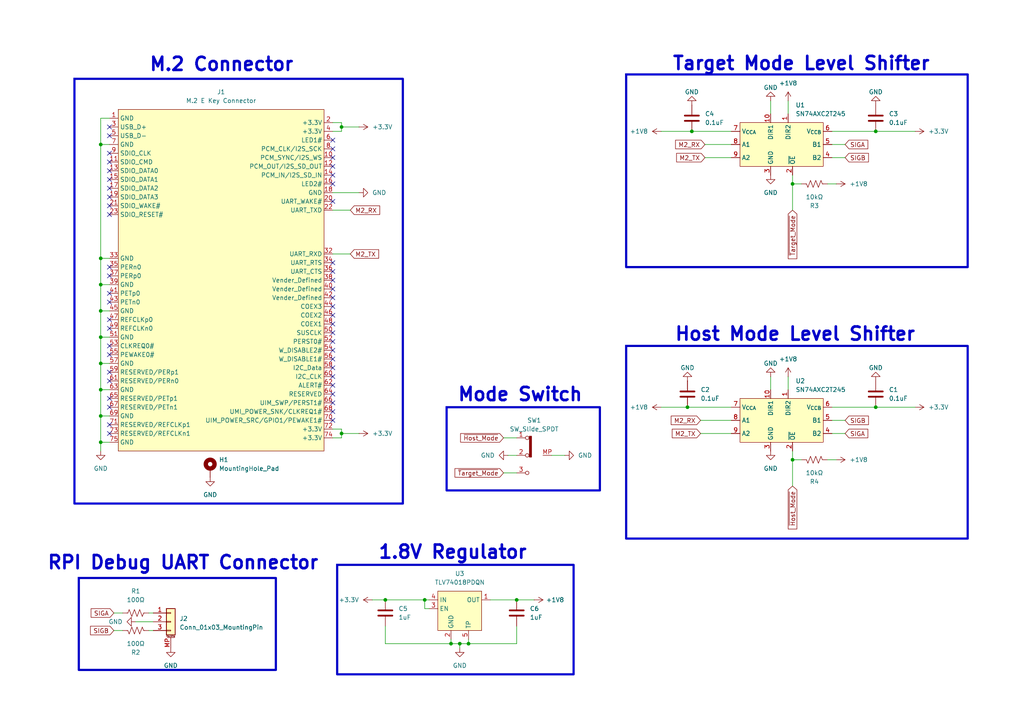
<source format=kicad_sch>
(kicad_sch (version 20250114) (generator "eeschema") (generator_version "9.0")
  (paper "A4")
  (lib_symbols
    (symbol "Connector_Generic_MountingPin:Conn_01x03_MountingPin" (pin_names (offset 1.016) (hide yes))
      (property "Reference" "J" (at 0 5.08 0))
      (property "Value" "Conn_01x03_MountingPin" (at 1.27 -5.08 0))
      (symbol "Conn_01x03_MountingPin_1_1"
        (rectangle (start -1.27 3.81) (end 1.27 -3.81) (stroke (width 0.254)) (fill (type background)))
        (rectangle (start -1.27 2.667) (end 0 2.413) (stroke (width 0.1524)))
        (rectangle (start -1.27 0.127) (end 0 -0.127) (stroke (width 0.1524)))
        (rectangle (start -1.27 -2.413) (end 0 -2.667) (stroke (width 0.1524)))
        (polyline (pts (xy -1.016 -4.572) (xy 1.016 -4.572)) (stroke (width 0.1524)))
        (text "Mounting" (at 0 -4.191 0) (effects (font (size 0.381 0.381))))
        (pin passive line (at -5.08 2.54 0) (length 3.81) (name "Pin_1") (number "1"))
        (pin passive line (at -5.08 0 0) (length 3.81) (name "Pin_2") (number "2"))
        (pin passive line (at -5.08 -2.54 0) (length 3.81) (name "Pin_3") (number "3"))
        (pin passive line (at 0 -7.62 90) (length 3.048) (name "MountPin") (number "MP"))
      )
    )
    (symbol "Device:C" (pin_numbers (hide yes)) (pin_names (offset 0.254))
      (property "Reference" "C" (at 0.635 2.54 0))
      (property "Value" "C" (at 0.635 -2.54 0))
      (symbol "C_0_1"
        (polyline (pts (xy -2.032 0.762) (xy 2.032 0.762)) (stroke (width 0.508)))
        (polyline (pts (xy -2.032 -0.762) (xy 2.032 -0.762)) (stroke (width 0.508)))
      )
      (symbol "C_1_1"
        (pin passive line (at 0 3.81 270) (length 2.794) (name "~") (number "1"))
        (pin passive line (at 0 -3.81 90) (length 2.794) (name "~") (number "2"))
      )
    )
    (symbol "Device:R_US" (pin_numbers (hide yes)) (pin_names (offset 0))
      (property "Reference" "R" (at 2.54 0 90))
      (property "Value" "R_US" (at -2.54 0 90))
      (symbol "R_US_0_1"
        (polyline (pts (xy 0 2.286) (xy 0 2.54)))
        (polyline (pts (xy 0 2.286) (xy 1.016 1.905) (xy 0 1.524) (xy -1.016 1.143) (xy 0 0.762)))
        (polyline (pts (xy 0 0.762) (xy 1.016 0.381) (xy 0 0) (xy -1.016 -0.381) (xy 0 -0.762)))
        (polyline (pts (xy 0 -0.762) (xy 1.016 -1.143) (xy 0 -1.524) (xy -1.016 -1.905) (xy 0 -2.286)))
        (polyline (pts (xy 0 -2.286) (xy 0 -2.54)))
      )
      (symbol "R_US_1_1"
        (pin passive line (at 0 3.81 270) (length 1.27) (name "~") (number "1"))
        (pin passive line (at 0 -3.81 90) (length 1.27) (name "~") (number "2"))
      )
    )
    (symbol "M.2-to-Serial-Symbol-Library:SN74AXC2T245"
      (property "Reference" "U" (at 0 9.906 0))
      (property "Value" "SN74AXC2T245" (at 0 7.874 0))
      (symbol "SN74AXC2T245_0_1"
        (rectangle (start -11.43 -1.27) (end 12.7 -13.97) (fill (type background)))
      )
      (symbol "SN74AXC2T245_1_1"
        (pin passive line (at -13.97 -3.81 0) (length 2.54) (name "V_{CCA}") (number "7"))
        (pin bidirectional line (at -13.97 -7.62 0) (length 2.54) (name "A1") (number "8"))
        (pin bidirectional line (at -13.97 -11.43 0) (length 2.54) (name "A2") (number "9"))
        (pin input line (at -2.54 1.27 270) (length 2.54) (name "DIR1") (number "10"))
        (pin passive line (at -2.54 -16.51 90) (length 2.54) (name "GND") (number "3"))
        (pin input line (at 2.54 1.27 270) (length 2.54) (name "DIR2") (number "1"))
        (pin input line (at 3.81 -16.51 90) (length 2.54) (name "~{OE}") (number "2"))
        (pin passive line (at 15.24 -3.81 180) (length 2.54) (name "V_{CCB}") (number "6"))
        (pin bidirectional line (at 15.24 -7.62 180) (length 2.54) (name "B1") (number "5"))
        (pin bidirectional line (at 15.24 -11.43 180) (length 2.54) (name "B2") (number "4"))
      )
    )
    (symbol "M.2-to-Serial-Symbol-Library:SW_Slide_SPDT" (pin_names (offset 0) (hide yes))
      (property "Reference" "SW" (at 0 6.858 0))
      (property "Value" "SW_Slide_SPDT" (at 0 -8.128 0))
      (symbol "SW_Slide_SPDT_0_0"
        (circle (center -2.032 5.08) (radius 0.508))
        (circle (center -2.032 -5.08) (radius 0.508))
      )
      (symbol "SW_Slide_SPDT_0_1"
        (circle (center -2.032 0) (radius 0.508))
      )
      (symbol "SW_Slide_SPDT_1_1"
        (rectangle (start -1.397 5.588) (end -0.762 -0.508) (fill (type outline)))
        (pin passive line (at -5.08 5.08 0) (length 2.54) (name "A") (number "1"))
        (pin passive line (at -5.08 0 0) (length 2.54) (name "B") (number "2"))
        (pin passive line (at -5.08 -5.08 0) (length 2.54) (name "C") (number "3"))
        (pin passive line (at 5.08 0 180) (length 2.54) (name "MP") (number "MP"))
      )
    )
    (symbol "M.2-to-Serial-Symbol-Library:TLV74018PDQN"
      (property "Reference" "U" (at 0 6.096 0))
      (property "Value" "TLV74018PDQN" (at 0 4.318 0))
      (symbol "TLV74018PDQN_0_1"
        (rectangle (start -6.35 2.54) (end 6.35 -8.89) (fill (type background)))
      )
      (symbol "TLV74018PDQN_1_1"
        (pin passive line (at -8.89 0 0) (length 2.54) (name "IN") (number "4"))
        (pin passive line (at -8.89 -2.54 0) (length 2.54) (name "EN") (number "3"))
        (pin passive line (at -2.54 -11.43 90) (length 2.54) (name "GND") (number "2"))
        (pin passive line (at 2.54 -11.43 90) (length 2.54) (name "TP") (number "5"))
        (pin passive line (at 8.89 0 180) (length 2.54) (name "OUT") (number "1"))
      )
    )
    (symbol "Mechanical:MountingHole_Pad" (pin_numbers (hide yes)) (pin_names (offset 1.016) (hide yes)) (in_bom no)
      (property "Reference" "H" (at 0 6.35 0))
      (property "Value" "MountingHole_Pad" (at 0 4.445 0))
      (symbol "MountingHole_Pad_0_1"
        (circle (center 0 1.27) (radius 1.27) (stroke (width 1.27)))
      )
      (symbol "MountingHole_Pad_1_1"
        (pin input line (at 0 -2.54 90) (length 2.54) (name "1") (number "1"))
      )
    )
    (symbol "PCIexpress:M.2_E_Key"
      (property "Reference" "J" (at 0 0 0))
      (property "Value" "M.2 E Key Connector" (at 0 0 0))
      (symbol "M.2_E_Key_0_1"
        (rectangle (start -27.94 -5.08) (end 31.75 -104.14) (fill (type background)))
      )
      (symbol "M.2_E_Key_1_1"
        (pin power_in line (at -30.48 -7.62 0) (length 2.54) (name "GND") (number "1"))
        (pin bidirectional line (at -30.48 -10.16 0) (length 2.54) (name "USB_D+") (number "3"))
        (pin bidirectional line (at -30.48 -12.7 0) (length 2.54) (name "USB_D-") (number "5"))
        (pin power_in line (at -30.48 -15.24 0) (length 2.54) (name "GND") (number "7"))
        (pin input line (at -30.48 -17.78 0) (length 2.54) (name "SDIO_CLK") (number "9"))
        (pin bidirectional line (at -30.48 -20.32 0) (length 2.54) (name "SDIO_CMD") (number "11"))
        (pin bidirectional line (at -30.48 -22.86 0) (length 2.54) (name "SDIO_DATA0") (number "13"))
        (pin bidirectional line (at -30.48 -25.4 0) (length 2.54) (name "SDIO_DATA1") (number "15"))
        (pin bidirectional line (at -30.48 -27.94 0) (length 2.54) (name "SDIO_DATA2") (number "17"))
        (pin bidirectional line (at -30.48 -30.48 0) (length 2.54) (name "SDIO_DATA3") (number "19"))
        (pin output line (at -30.48 -33.02 0) (length 2.54) (name "SDIO_WAKE#") (number "21"))
        (pin input line (at -30.48 -35.56 0) (length 2.54) (name "SDIO_RESET#") (number "23"))
        (pin power_in line (at -30.48 -48.26 0) (length 2.54) (name "GND") (number "33"))
        (pin input line (at -30.48 -50.8 0) (length 2.54) (name "PERn0") (number "35"))
        (pin input line (at -30.48 -53.34 0) (length 2.54) (name "PERp0") (number "37"))
        (pin power_in line (at -30.48 -55.88 0) (length 2.54) (name "GND") (number "39"))
        (pin output line (at -30.48 -58.42 0) (length 2.54) (name "PETp0") (number "41"))
        (pin output line (at -30.48 -60.96 0) (length 2.54) (name "PETn0") (number "43"))
        (pin power_in line (at -30.48 -63.5 0) (length 2.54) (name "GND") (number "45"))
        (pin input line (at -30.48 -66.04 0) (length 2.54) (name "REFCLKp0") (number "47"))
        (pin input line (at -30.48 -68.58 0) (length 2.54) (name "REFCLKn0") (number "49"))
        (pin power_in line (at -30.48 -71.12 0) (length 2.54) (name "GND") (number "51"))
        (pin bidirectional line (at -30.48 -73.66 0) (length 2.54) (name "CLKREQ0#") (number "53"))
        (pin bidirectional line (at -30.48 -76.2 0) (length 2.54) (name "PEWAKE0#") (number "55"))
        (pin power_in line (at -30.48 -78.74 0) (length 2.54) (name "GND") (number "57"))
        (pin input line (at -30.48 -81.28 0) (length 2.54) (name "RESERVED/PERp1") (number "59"))
        (pin input line (at -30.48 -83.82 0) (length 2.54) (name "RESERVED/PERn0") (number "61"))
        (pin power_in line (at -30.48 -86.36 0) (length 2.54) (name "GND") (number "63"))
        (pin output line (at -30.48 -88.9 0) (length 2.54) (name "RESERVED/PETp1") (number "65"))
        (pin output line (at -30.48 -91.44 0) (length 2.54) (name "RESERVED/PETn1") (number "67"))
        (pin passive line (at -30.48 -93.98 0) (length 2.54) (name "GND") (number "69"))
        (pin input line (at -30.48 -96.52 0) (length 2.54) (name "RESERVED/REFCLKp1") (number "71"))
        (pin input line (at -30.48 -99.06 0) (length 2.54) (name "RESERVED/REFCLKn1") (number "73"))
        (pin power_in line (at -30.48 -101.6 0) (length 2.54) (name "GND") (number "75"))
        (pin power_in line (at 34.29 -8.89 180) (length 2.54) (name "+3.3V") (number "2"))
        (pin power_in line (at 34.29 -11.43 180) (length 2.54) (name "+3.3V") (number "4"))
        (pin output line (at 34.29 -13.97 180) (length 2.54) (name "LED1#") (number "6"))
        (pin bidirectional line (at 34.29 -16.51 180) (length 2.54) (name "PCM_CLK/I2S_SCK") (number "8"))
        (pin bidirectional line (at 34.29 -19.05 180) (length 2.54) (name "PCM_SYNC/I2S_WS") (number "10"))
        (pin output line (at 34.29 -21.59 180) (length 2.54) (name "PCM_OUT/I2S_SD_OUT") (number "12"))
        (pin input line (at 34.29 -24.13 180) (length 2.54) (name "PCM_IN/I2S_SD_IN") (number "14"))
        (pin output line (at 34.29 -26.67 180) (length 2.54) (name "LED2#") (number "16"))
        (pin power_in line (at 34.29 -29.21 180) (length 2.54) (name "GND") (number "18"))
        (pin output line (at 34.29 -31.75 180) (length 2.54) (name "UART_WAKE#") (number "20"))
        (pin output line (at 34.29 -34.29 180) (length 2.54) (name "UART_TXD") (number "22"))
        (pin input line (at 34.29 -46.99 180) (length 2.54) (name "UART_RXD") (number "32"))
        (pin output line (at 34.29 -49.53 180) (length 2.54) (name "UART_RTS") (number "34"))
        (pin input line (at 34.29 -52.07 180) (length 2.54) (name "UART_CTS") (number "36"))
        (pin unspecified line (at 34.29 -54.61 180) (length 2.54) (name "Vender_Defined") (number "38"))
        (pin unspecified line (at 34.29 -57.15 180) (length 2.54) (name "Vender_Defined") (number "40"))
        (pin unspecified line (at 34.29 -59.69 180) (length 2.54) (name "Vender_Defined") (number "42"))
        (pin bidirectional line (at 34.29 -62.23 180) (length 2.54) (name "COEX3") (number "44"))
        (pin bidirectional line (at 34.29 -64.77 180) (length 2.54) (name "COEX2") (number "46"))
        (pin bidirectional line (at 34.29 -67.31 180) (length 2.54) (name "COEX1") (number "48"))
        (pin input line (at 34.29 -69.85 180) (length 2.54) (name "SUSCLK") (number "50"))
        (pin input line (at 34.29 -72.39 180) (length 2.54) (name "PERST0#") (number "52"))
        (pin input line (at 34.29 -74.93 180) (length 2.54) (name "W_DISABLE2#") (number "54"))
        (pin input line (at 34.29 -77.47 180) (length 2.54) (name "W_DISABLE1#") (number "56"))
        (pin bidirectional line (at 34.29 -80.01 180) (length 2.54) (name "I2C_Data") (number "58"))
        (pin input line (at 34.29 -82.55 180) (length 2.54) (name "I2C_CLK") (number "60"))
        (pin output line (at 34.29 -85.09 180) (length 2.54) (name "ALERT#") (number "62"))
        (pin unspecified line (at 34.29 -87.63 180) (length 2.54) (name "RESERVED") (number "64"))
        (pin unspecified line (at 34.29 -90.17 180) (length 2.54) (name "UIM_SWP/PERST1#") (number "66"))
        (pin unspecified line (at 34.29 -92.71 180) (length 2.54) (name "UMI_POWER_SNK/CLKREQ1#") (number "68"))
        (pin unspecified line (at 34.29 -95.25 180) (length 2.54) (name "UIM_POWER_SRC/GPIO1/PEWAKE1#") (number "70"))
        (pin power_in line (at 34.29 -97.79 180) (length 2.54) (name "+3.3V") (number "72"))
        (pin power_in line (at 34.29 -100.33 180) (length 2.54) (name "+3.3V") (number "74"))
      )
    )
    (symbol "power:+1V8" (power) (pin_numbers (hide yes)) (pin_names (offset 0) (hide yes))
      (property "Value" "+1V8" (at 0 3.556 0))
      (symbol "+1V8_0_1"
        (polyline (pts (xy -0.762 1.27) (xy 0 2.54)))
        (polyline (pts (xy 0 2.54) (xy 0.762 1.27)))
        (polyline (pts (xy 0 0) (xy 0 2.54)))
      )
      (symbol "+1V8_1_1"
        (pin power_in line (at 0 0 90) (length 0) (name "~") (number "1"))
      )
    )
    (symbol "power:+3.3V" (power) (pin_numbers (hide yes)) (pin_names (offset 0) (hide yes))
      (property "Value" "+3.3V" (at 0 3.556 0))
      (symbol "+3.3V_0_1"
        (polyline (pts (xy -0.762 1.27) (xy 0 2.54)))
        (polyline (pts (xy 0 2.54) (xy 0.762 1.27)))
        (polyline (pts (xy 0 0) (xy 0 2.54)))
      )
      (symbol "+3.3V_1_1"
        (pin power_in line (at 0 0 90) (length 0) (name "~") (number "1"))
      )
    )
    (symbol "power:GND" (power) (pin_numbers (hide yes)) (pin_names (offset 0) (hide yes))
      (property "Value" "GND" (at 0 -3.81 0))
      (symbol "GND_0_1"
        (polyline (pts (xy 0 0) (xy 0 -1.27) (xy 1.27 -1.27) (xy 0 -2.54) (xy -1.27 -1.27) (xy 0 -1.27)))
      )
      (symbol "GND_1_1"
        (pin power_in line (at 0 0 270) (length 0) (name "~") (number "1"))
      )
    )
  )
  (rectangle (start 129.54 118.11) (end 173.99 142.24) (stroke (width 0.635)))
  (rectangle (start 181.61 21.59) (end 280.67 77.47) (stroke (width 0.635)))
  (rectangle (start 21.59 22.86) (end 116.84 146.05) (stroke (width 0.635)))
  (rectangle (start 181.61 100.33) (end 280.67 156.21) (stroke (width 0.635)))
  (rectangle (start 97.79 163.83) (end 166.37 195.58) (stroke (width 0.635)))
  (rectangle (start 22.86 167.64) (end 80.01 194.31) (stroke (width 0.635)))
  (text "Target Mode Level Shifter" (at 232.41 18.542 0) (effects (font (size 3.81 3.81) (thickness 0.762) (bold yes))))
  (text "M.2 Connector" (at 64.262 18.796 0) (effects (font (size 3.81 3.81) (thickness 0.762) (bold yes))))
  (text "1.8V Regulator" (at 131.318 160.274 0) (effects (font (size 3.81 3.81) (thickness 0.762) (bold yes))))
  (text "Mode Switch" (at 150.876 114.554 0) (effects (font (size 3.81 3.81) (thickness 0.762) (bold yes))))
  (text "Host Mode Level Shifter" (at 230.632 97.028 0) (effects (font (size 3.81 3.81) (thickness 0.762) (bold yes))))
  (text "RPI Debug UART Connector" (at 53.086 163.322 0) (effects (font (size 3.81 3.81) (thickness 0.762) (bold yes))))
  (junction (at 123.19 173.99))
  (junction (at 133.35 186.69))
  (junction (at 99.06 125.73))
  (junction (at 199.39 118.11))
  (junction (at 229.87 53.34))
  (junction (at 29.21 90.17))
  (junction (at 29.21 113.03))
  (junction (at 200.66 38.1))
  (junction (at 254 38.1))
  (junction (at 229.87 133.35))
  (junction (at 149.86 173.99))
  (junction (at 29.21 82.55))
  (junction (at 29.21 97.79))
  (junction (at 111.76 173.99))
  (junction (at 29.21 128.27))
  (junction (at 99.06 36.83))
  (junction (at 135.89 186.69))
  (junction (at 29.21 105.41))
  (junction (at 29.21 74.93))
  (junction (at 29.21 120.65))
  (junction (at 130.81 186.69))
  (junction (at 29.21 41.91))
  (junction (at 254 118.11))
  (no_connect (at 31.75 44.45))
  (no_connect (at 96.52 78.74))
  (no_connect (at 31.75 107.95))
  (no_connect (at 96.52 101.6))
  (no_connect (at 31.75 87.63))
  (no_connect (at 96.52 114.3))
  (no_connect (at 31.75 62.23))
  (no_connect (at 31.75 102.87))
  (no_connect (at 96.52 104.14))
  (no_connect (at 96.52 99.06))
  (no_connect (at 31.75 100.33))
  (no_connect (at 31.75 77.47))
  (no_connect (at 96.52 58.42))
  (no_connect (at 31.75 125.73))
  (no_connect (at 96.52 109.22))
  (no_connect (at 31.75 54.61))
  (no_connect (at 96.52 76.2))
  (no_connect (at 96.52 119.38))
  (no_connect (at 31.75 123.19))
  (no_connect (at 96.52 48.26))
  (no_connect (at 31.75 39.37))
  (no_connect (at 96.52 93.98))
  (no_connect (at 31.75 36.83))
  (no_connect (at 96.52 88.9))
  (no_connect (at 96.52 50.8))
  (no_connect (at 31.75 59.69))
  (no_connect (at 96.52 43.18))
  (no_connect (at 31.75 110.49))
  (no_connect (at 96.52 81.28))
  (no_connect (at 96.52 91.44))
  (no_connect (at 96.52 121.92))
  (no_connect (at 96.52 45.72))
  (no_connect (at 96.52 111.76))
  (no_connect (at 31.75 92.71))
  (no_connect (at 31.75 57.15))
  (no_connect (at 31.75 46.99))
  (no_connect (at 31.75 85.09))
  (no_connect (at 96.52 53.34))
  (no_connect (at 96.52 86.36))
  (no_connect (at 31.75 52.07))
  (no_connect (at 96.52 83.82))
  (no_connect (at 31.75 80.01))
  (no_connect (at 31.75 49.53))
  (no_connect (at 96.52 116.84))
  (no_connect (at 31.75 115.57))
  (no_connect (at 31.75 118.11))
  (no_connect (at 31.75 95.25))
  (no_connect (at 96.52 40.64))
  (no_connect (at 96.52 106.68))
  (no_connect (at 96.52 96.52))
  (wire (pts (xy 240.03 53.34) (xy 242.57 53.34)))
  (wire (pts (xy 99.06 127) (xy 96.52 127)))
  (wire (pts (xy 31.75 97.79) (xy 29.21 97.79)))
  (wire (pts (xy 99.06 36.83) (xy 99.06 38.1)))
  (wire (pts (xy 99.06 124.46) (xy 99.06 125.73)))
  (wire (pts (xy 43.18 177.8) (xy 44.45 177.8)))
  (wire (pts (xy 241.3 38.1) (xy 254 38.1)))
  (wire (pts (xy 146.05 137.16) (xy 149.86 137.16)))
  (wire (pts (xy 31.75 90.17) (xy 29.21 90.17)))
  (wire (pts (xy 229.87 133.35) (xy 229.87 140.97)))
  (wire (pts (xy 229.87 133.35) (xy 232.41 133.35)))
  (wire (pts (xy 33.02 177.8) (xy 35.56 177.8)))
  (wire (pts (xy 191.77 38.1) (xy 200.66 38.1)))
  (wire (pts (xy 104.14 36.83) (xy 99.06 36.83)))
  (wire (pts (xy 254 38.1) (xy 265.43 38.1)))
  (wire (pts (xy 228.6 29.21) (xy 228.6 33.02)))
  (wire (pts (xy 133.35 186.69) (xy 135.89 186.69)))
  (wire (pts (xy 99.06 125.73) (xy 99.06 127)))
  (wire (pts (xy 124.46 176.53) (xy 123.19 176.53)))
  (wire (pts (xy 107.95 173.99) (xy 111.76 173.99)))
  (wire (pts (xy 229.87 50.8) (xy 229.87 53.34)))
  (wire (pts (xy 29.21 41.91) (xy 29.21 74.93)))
  (wire (pts (xy 241.3 125.73) (xy 245.11 125.73)))
  (wire (pts (xy 135.89 186.69) (xy 135.89 185.42)))
  (wire (pts (xy 31.75 34.29) (xy 29.21 34.29)))
  (wire (pts (xy 149.86 181.61) (xy 149.86 186.69)))
  (wire (pts (xy 241.3 41.91) (xy 245.11 41.91)))
  (wire (pts (xy 241.3 45.72) (xy 245.11 45.72)))
  (wire (pts (xy 96.52 55.88) (xy 104.14 55.88)))
  (wire (pts (xy 31.75 128.27) (xy 29.21 128.27)))
  (wire (pts (xy 146.05 127) (xy 149.86 127)))
  (wire (pts (xy 96.52 124.46) (xy 99.06 124.46)))
  (wire (pts (xy 104.14 125.73) (xy 99.06 125.73)))
  (wire (pts (xy 254 118.11) (xy 265.43 118.11)))
  (wire (pts (xy 29.21 34.29) (xy 29.21 41.91)))
  (wire (pts (xy 130.81 185.42) (xy 130.81 186.69)))
  (wire (pts (xy 96.52 35.56) (xy 99.06 35.56)))
  (wire (pts (xy 149.86 173.99) (xy 154.94 173.99)))
  (wire (pts (xy 240.03 133.35) (xy 242.57 133.35)))
  (wire (pts (xy 29.21 97.79) (xy 29.21 105.41)))
  (wire (pts (xy 241.3 118.11) (xy 254 118.11)))
  (wire (pts (xy 228.6 109.22) (xy 228.6 113.03)))
  (wire (pts (xy 96.52 73.66) (xy 101.6 73.66)))
  (wire (pts (xy 204.47 45.72) (xy 212.09 45.72)))
  (wire (pts (xy 111.76 186.69) (xy 130.81 186.69)))
  (wire (pts (xy 39.37 180.34) (xy 44.45 180.34)))
  (wire (pts (xy 229.87 53.34) (xy 229.87 60.96)))
  (wire (pts (xy 203.2 125.73) (xy 212.09 125.73)))
  (wire (pts (xy 223.52 109.22) (xy 223.52 113.03)))
  (wire (pts (xy 29.21 74.93) (xy 29.21 82.55)))
  (wire (pts (xy 133.35 187.96) (xy 133.35 186.69)))
  (wire (pts (xy 130.81 186.69) (xy 133.35 186.69)))
  (wire (pts (xy 29.21 113.03) (xy 29.21 120.65)))
  (wire (pts (xy 142.24 173.99) (xy 149.86 173.99)))
  (wire (pts (xy 33.02 182.88) (xy 35.56 182.88)))
  (wire (pts (xy 123.19 173.99) (xy 124.46 173.99)))
  (wire (pts (xy 123.19 173.99) (xy 123.19 176.53)))
  (wire (pts (xy 29.21 90.17) (xy 29.21 97.79)))
  (wire (pts (xy 31.75 113.03) (xy 29.21 113.03)))
  (wire (pts (xy 191.77 118.11) (xy 199.39 118.11)))
  (wire (pts (xy 229.87 53.34) (xy 232.41 53.34)))
  (wire (pts (xy 223.52 29.21) (xy 223.52 33.02)))
  (wire (pts (xy 199.39 118.11) (xy 212.09 118.11)))
  (wire (pts (xy 31.75 41.91) (xy 29.21 41.91)))
  (wire (pts (xy 147.32 132.08) (xy 149.86 132.08)))
  (wire (pts (xy 160.02 132.08) (xy 163.83 132.08)))
  (wire (pts (xy 43.18 182.88) (xy 44.45 182.88)))
  (wire (pts (xy 29.21 105.41) (xy 29.21 113.03)))
  (wire (pts (xy 135.89 186.69) (xy 149.86 186.69)))
  (wire (pts (xy 31.75 120.65) (xy 29.21 120.65)))
  (wire (pts (xy 111.76 173.99) (xy 123.19 173.99)))
  (wire (pts (xy 241.3 121.92) (xy 245.11 121.92)))
  (wire (pts (xy 96.52 60.96) (xy 101.6 60.96)))
  (wire (pts (xy 200.66 38.1) (xy 212.09 38.1)))
  (wire (pts (xy 31.75 74.93) (xy 29.21 74.93)))
  (wire (pts (xy 111.76 181.61) (xy 111.76 186.69)))
  (wire (pts (xy 31.75 105.41) (xy 29.21 105.41)))
  (wire (pts (xy 96.52 38.1) (xy 99.06 38.1)))
  (wire (pts (xy 204.47 41.91) (xy 212.09 41.91)))
  (wire (pts (xy 203.2 121.92) (xy 212.09 121.92)))
  (wire (pts (xy 29.21 82.55) (xy 29.21 90.17)))
  (wire (pts (xy 29.21 128.27) (xy 29.21 130.81)))
  (wire (pts (xy 99.06 35.56) (xy 99.06 36.83)))
  (wire (pts (xy 229.87 130.81) (xy 229.87 133.35)))
  (wire (pts (xy 31.75 82.55) (xy 29.21 82.55)))
  (wire (pts (xy 29.21 120.65) (xy 29.21 128.27)))
  (global_label "M2_RX" (shape input) (at 204.47 41.91 180) (property "Intersheetrefs" "${INTERSHEET_REFS}" (effects (hide yes))))
  (global_label "SIGA" (shape input) (at 245.11 125.73 0) (property "Intersheetrefs" "${INTERSHEET_REFS}" (effects (hide yes))))
  (global_label "SIGB" (shape input) (at 33.02 182.88 180) (property "Intersheetrefs" "${INTERSHEET_REFS}" (effects (hide yes))))
  (global_label "M2_TX" (shape input) (at 101.6 73.66 0) (property "Intersheetrefs" "${INTERSHEET_REFS}" (effects (hide yes))))
  (global_label "~{Target_Mode}" (shape input) (at 146.05 137.16 180) (property "Intersheetrefs" "${INTERSHEET_REFS}" (effects (hide yes))))
  (global_label "~{Host_Mode}" (shape input) (at 229.87 140.97 270) (property "Intersheetrefs" "${INTERSHEET_REFS}" (effects (hide yes))))
  (global_label "~{Host_Mode}" (shape input) (at 146.05 127 180) (property "Intersheetrefs" "${INTERSHEET_REFS}" (effects (hide yes))))
  (global_label "SIGB" (shape input) (at 245.11 121.92 0) (property "Intersheetrefs" "${INTERSHEET_REFS}" (effects (hide yes))))
  (global_label "SIGA" (shape input) (at 245.11 41.91 0) (property "Intersheetrefs" "${INTERSHEET_REFS}" (effects (hide yes))))
  (global_label "M2_TX" (shape input) (at 204.47 45.72 180) (property "Intersheetrefs" "${INTERSHEET_REFS}" (effects (hide yes))))
  (global_label "SIGB" (shape input) (at 245.11 45.72 0) (property "Intersheetrefs" "${INTERSHEET_REFS}" (effects (hide yes))))
  (global_label "M2_RX" (shape input) (at 203.2 121.92 180) (property "Intersheetrefs" "${INTERSHEET_REFS}" (effects (hide yes))))
  (global_label "SIGA" (shape input) (at 33.02 177.8 180) (property "Intersheetrefs" "${INTERSHEET_REFS}" (effects (hide yes))))
  (global_label "M2_RX" (shape input) (at 101.6 60.96 0) (property "Intersheetrefs" "${INTERSHEET_REFS}" (effects (hide yes))))
  (global_label "M2_TX" (shape input) (at 203.2 125.73 180) (property "Intersheetrefs" "${INTERSHEET_REFS}" (effects (hide yes))))
  (global_label "~{Target_Mode}" (shape input) (at 229.87 60.96 270) (property "Intersheetrefs" "${INTERSHEET_REFS}" (effects (hide yes))))
  (symbol (lib_id "Device:C") (at 199.39 114.3 0) (unit 1)
    (property "Reference" "C2" (at 203.2 113.0299 0) (effects (justify left)))
    (property "Value" "0.1uF" (at 203.2 115.5699 0) (effects (justify left)))
    (property "Footprint" "Capacitor_SMD:C_0402_1005Metric" (effects (hide yes)))
    (property "Description" "Unpolarized capacitor" (effects (hide yes)))
  )
  (symbol (lib_id "power:GND") (at 39.37 180.34 270) (unit 1)
    (property "Reference" "#PWR05" (effects (hide yes)))
    (property "Value" "GND" (at 35.56 180.3399 90) (effects (justify right)))
    (property "Description" "Power symbol creates a global label with name \"GND\" , ground" (effects (hide yes)))
  )
  (symbol (lib_id "power:GND") (at 199.39 110.49 180) (unit 1)
    (property "Reference" "#PWR016" (effects (hide yes)))
    (property "Value" "GND" (at 199.39 106.68 0))
    (property "Description" "Power symbol creates a global label with name \"GND\" , ground" (effects (hide yes)))
  )
  (symbol (lib_id "power:GND") (at 200.66 30.48 180) (unit 1)
    (property "Reference" "#PWR013" (effects (hide yes)))
    (property "Value" "GND" (at 200.66 26.67 0))
    (property "Description" "Power symbol creates a global label with name \"GND\" , ground" (effects (hide yes)))
  )
  (symbol (lib_id "power:+1V8") (at 228.6 109.22 0) (mirror y) (unit 1)
    (property "Reference" "#PWR022" (effects (hide yes)))
    (property "Value" "+1V8" (at 228.6 104.14 0))
    (property "Description" "Power symbol creates a global label with name \"+1V8\"" (effects (hide yes)))
  )
  (symbol (lib_id "M.2-to-Serial-Symbol-Library:TLV74018PDQN") (at 133.35 173.99 0) (unit 1)
    (property "Reference" "U3" (at 133.35 166.37 0))
    (property "Value" "TLV74018PDQN" (at 133.35 168.91 0))
    (property "Footprint" "M.2-to-Serial-Footprint-Library:TLV74018PDQN" (effects (hide yes)))
    (property "Datasheet" "https://www.ti.com/lit/ds/symlink/tlv740p.pdf" (effects (hide yes)))
    (property "Description" "1.8V Out, 300-mA low-dropout (LDO) regulator with foldback current limit" (effects (hide yes)))
  )
  (symbol (lib_id "Device:R_US") (at 236.22 133.35 270) (mirror x) (unit 1)
    (property "Reference" "R4" (at 236.22 139.7 90))
    (property "Value" "10kΩ" (at 236.22 137.16 90))
    (property "Footprint" "Resistor_SMD:R_0402_1005Metric" (effects (hide yes)))
    (property "Description" "Resistor, US symbol" (effects (hide yes)))
  )
  (symbol (lib_id "power:+3.3V") (at 107.95 173.99 90) (unit 1)
    (property "Reference" "#PWR024" (effects (hide yes)))
    (property "Value" "+3.3V" (at 104.14 173.9899 90) (effects (justify left)))
    (property "Description" "Power symbol creates a global label with name \"+3.3V\"" (effects (hide yes)))
  )
  (symbol (lib_id "power:GND") (at 163.83 132.08 90) (unit 1)
    (property "Reference" "#PWR028" (effects (hide yes)))
    (property "Value" "GND" (at 167.64 132.0799 90) (effects (justify right)))
    (property "Description" "Power symbol creates a global label with name \"GND\" , ground" (effects (hide yes)))
  )
  (symbol (lib_id "power:GND") (at 133.35 187.96 0) (unit 1)
    (property "Reference" "#PWR025" (effects (hide yes)))
    (property "Value" "GND" (at 133.35 193.04 0))
    (property "Description" "Power symbol creates a global label with name \"GND\" , ground" (effects (hide yes)))
  )
  (symbol (lib_id "power:+3.3V") (at 265.43 118.11 270) (unit 1)
    (property "Reference" "#PWR09" (effects (hide yes)))
    (property "Value" "+3.3V" (at 269.24 118.1099 90) (effects (justify left)))
    (property "Description" "Power symbol creates a global label with name \"+3.3V\"" (effects (hide yes)))
  )
  (symbol (lib_id "power:GND") (at 223.52 29.21 0) (mirror x) (unit 1)
    (property "Reference" "#PWR017" (effects (hide yes)))
    (property "Value" "GND" (at 223.52 25.4 0))
    (property "Description" "Power symbol creates a global label with name \"GND\" , ground" (effects (hide yes)))
  )
  (symbol (lib_id "power:+1V8") (at 228.6 29.21 0) (mirror y) (unit 1)
    (property "Reference" "#PWR018" (effects (hide yes)))
    (property "Value" "+1V8" (at 228.6 24.13 0))
    (property "Description" "Power symbol creates a global label with name \"+1V8\"" (effects (hide yes)))
  )
  (symbol (lib_id "power:GND") (at 60.96 138.43 0) (unit 1)
    (property "Reference" "#PWR023" (effects (hide yes)))
    (property "Value" "GND" (at 60.96 143.51 0))
    (property "Description" "Power symbol creates a global label with name \"GND\" , ground" (effects (hide yes)))
  )
  (symbol (lib_id "Device:C") (at 149.86 177.8 0) (unit 1)
    (property "Reference" "C6" (at 153.67 176.5299 0) (effects (justify left)))
    (property "Value" "1uF" (at 153.67 179.0699 0) (effects (justify left)))
    (property "Footprint" "Capacitor_SMD:C_0402_1005Metric" (effects (hide yes)))
    (property "Description" "Unpolarized capacitor" (effects (hide yes)))
  )
  (symbol (lib_id "power:GND") (at 254 110.49 180) (unit 1)
    (property "Reference" "#PWR015" (effects (hide yes)))
    (property "Value" "GND" (at 254 106.68 0))
    (property "Description" "Power symbol creates a global label with name \"GND\" , ground" (effects (hide yes)))
  )
  (symbol (lib_id "Connector_Generic_MountingPin:Conn_01x03_MountingPin") (at 49.53 180.34 0) (unit 1)
    (property "Reference" "J2" (at 52.07 179.4255 0) (effects (justify left)))
    (property "Value" "Conn_01x03_MountingPin" (at 52.07 181.9655 0) (effects (justify left)))
    (property "Footprint" "M.2-to-Serial-Footprint-Library:JST_SH_SM03B-SRSS-TB_1x03-1MP_P1.00mm_Horizontal" (effects (hide yes)))
    (property "Description" "Generic connectable mounting pin connector, single row, 01x03, script generated (kicad-library-utils/schlib/autogen/connector/)" (effects (hide yes)))
  )
  (symbol (lib_id "power:GND") (at 223.52 130.81 0) (unit 1)
    (property "Reference" "#PWR07" (effects (hide yes)))
    (property "Value" "GND" (at 223.52 135.89 0))
    (property "Description" "Power symbol creates a global label with name \"GND\" , ground" (effects (hide yes)))
  )
  (symbol (lib_id "Mechanical:MountingHole_Pad") (at 60.96 135.89 0) (unit 1) (in_bom no)
    (property "Reference" "H1" (at 63.5 133.3499 0) (effects (justify left)))
    (property "Value" "MountingHole_Pad" (at 63.5 135.8899 0) (effects (justify left)))
    (property "Footprint" "PCIexpress:M.2 Mounting Pad" (effects (hide yes)))
    (property "Description" "Mounting Hole with connection" (effects (hide yes)))
  )
  (symbol (lib_id "power:+3.3V") (at 265.43 38.1 270) (unit 1)
    (property "Reference" "#PWR010" (effects (hide yes)))
    (property "Value" "+3.3V" (at 269.24 38.0999 90) (effects (justify left)))
    (property "Description" "Power symbol creates a global label with name \"+3.3V\"" (effects (hide yes)))
  )
  (symbol (lib_id "power:GND") (at 29.21 130.81 0) (unit 1)
    (property "Reference" "#PWR01" (effects (hide yes)))
    (property "Value" "GND" (at 29.21 135.89 0))
    (property "Description" "Power symbol creates a global label with name \"GND\" , ground" (effects (hide yes)))
  )
  (symbol (lib_id "Device:C") (at 111.76 177.8 0) (unit 1)
    (property "Reference" "C5" (at 115.57 176.5299 0) (effects (justify left)))
    (property "Value" "1uF" (at 115.57 179.0699 0) (effects (justify left)))
    (property "Footprint" "Capacitor_SMD:C_0402_1005Metric" (effects (hide yes)))
    (property "Description" "Unpolarized capacitor" (effects (hide yes)))
  )
  (symbol (lib_id "power:+1V8") (at 154.94 173.99 270) (unit 1)
    (property "Reference" "#PWR026" (effects (hide yes)))
    (property "Value" "+1V8" (at 158.3424 173.9899 90) (effects (justify left)))
    (property "Description" "Power symbol creates a global label with name \"+1V8\"" (effects (hide yes)))
  )
  (symbol (lib_id "power:+1V8") (at 242.57 133.35 270) (mirror x) (unit 1)
    (property "Reference" "#PWR020" (effects (hide yes)))
    (property "Value" "+1V8" (at 246.38 133.3499 90) (effects (justify left)))
    (property "Description" "Power symbol creates a global label with name \"+1V8\"" (effects (hide yes)))
  )
  (symbol (lib_id "power:+3.3V") (at 104.14 36.83 270) (unit 1)
    (property "Reference" "#PWR02" (effects (hide yes)))
    (property "Value" "+3.3V" (at 107.95 36.8299 90) (effects (justify left)))
    (property "Description" "Power symbol creates a global label with name \"+3.3V\"" (effects (hide yes)))
  )
  (symbol (lib_id "Device:R_US") (at 39.37 177.8 90) (unit 1)
    (property "Reference" "R1" (at 39.37 171.45 90))
    (property "Value" "100Ω" (at 39.37 173.99 90))
    (property "Footprint" "Resistor_SMD:R_0402_1005Metric" (effects (hide yes)))
    (property "Description" "Resistor, US symbol" (effects (hide yes)))
  )
  (symbol (lib_id "power:GND") (at 223.52 50.8 0) (unit 1)
    (property "Reference" "#PWR08" (effects (hide yes)))
    (property "Value" "GND" (at 223.52 55.88 0))
    (property "Description" "Power symbol creates a global label with name \"GND\" , ground" (effects (hide yes)))
  )
  (symbol (lib_id "Device:C") (at 254 34.29 0) (unit 1)
    (property "Reference" "C3" (at 257.81 33.0199 0) (effects (justify left)))
    (property "Value" "0.1uF" (at 257.81 35.5599 0) (effects (justify left)))
    (property "Footprint" "Capacitor_SMD:C_0402_1005Metric" (effects (hide yes)))
    (property "Description" "Unpolarized capacitor" (effects (hide yes)))
  )
  (symbol (lib_id "Device:C") (at 254 114.3 0) (unit 1)
    (property "Reference" "C1" (at 257.81 113.0299 0) (effects (justify left)))
    (property "Value" "0.1uF" (at 257.81 115.5699 0) (effects (justify left)))
    (property "Footprint" "Capacitor_SMD:C_0402_1005Metric" (effects (hide yes)))
    (property "Description" "Unpolarized capacitor" (effects (hide yes)))
  )
  (symbol (lib_id "Device:C") (at 200.66 34.29 0) (unit 1)
    (property "Reference" "C4" (at 204.47 33.0199 0) (effects (justify left)))
    (property "Value" "0.1uF" (at 204.47 35.5599 0) (effects (justify left)))
    (property "Footprint" "Capacitor_SMD:C_0402_1005Metric" (effects (hide yes)))
    (property "Description" "Unpolarized capacitor" (effects (hide yes)))
  )
  (symbol (lib_id "power:GND") (at 223.52 109.22 0) (mirror x) (unit 1)
    (property "Reference" "#PWR021" (effects (hide yes)))
    (property "Value" "GND" (at 223.52 105.41 0))
    (property "Description" "Power symbol creates a global label with name \"GND\" , ground" (effects (hide yes)))
  )
  (symbol (lib_id "M.2-to-Serial-Symbol-Library:SW_Slide_SPDT") (at 154.94 132.08 0) (unit 1)
    (property "Reference" "SW1" (at 154.94 121.92 0))
    (property "Value" "SW_Slide_SPDT" (at 154.94 124.46 0))
    (property "Footprint" "M.2-to-Serial-Footprint-Library:SLW-66527511-SMT-TR" (effects (hide yes)))
    (property "Datasheet" "https://www.sameskydevices.com/product/resource/slw-66527511-smt-tr.pdf" (effects (hide yes)))
    (property "Description" "Slide Switch, dual pole double throw" (effects (hide yes)))
  )
  (symbol (lib_id "M.2-to-Serial-Symbol-Library:SN74AXC2T245") (at 226.06 34.29 0) (unit 1)
    (property "Reference" "U1" (at 230.7433 30.48 0) (effects (justify left)))
    (property "Value" "SN74AXC2T245" (at 230.7433 33.02 0) (effects (justify left)))
    (property "Footprint" "M.2-to-Serial-Footprint-Library:SN74AXC2T245" (effects (hide yes)))
    (property "Datasheet" "https://www.ti.com/lit/ds/symlink/sn74axc2t245.pdf?ts=1755286183853&ref_url=https%253A%252F%252Fwww.google.com%252F" (effects (hide yes)))
  )
  (symbol (lib_id "Device:R_US") (at 236.22 53.34 270) (mirror x) (unit 1)
    (property "Reference" "R3" (at 236.22 59.69 90))
    (property "Value" "10kΩ" (at 236.22 57.15 90))
    (property "Footprint" "Resistor_SMD:R_0402_1005Metric" (effects (hide yes)))
    (property "Description" "Resistor, US symbol" (effects (hide yes)))
  )
  (symbol (lib_id "power:GND") (at 104.14 55.88 90) (unit 1)
    (property "Reference" "#PWR04" (effects (hide yes)))
    (property "Value" "GND" (at 107.95 55.8799 90) (effects (justify right)))
    (property "Description" "Power symbol creates a global label with name \"GND\" , ground" (effects (hide yes)))
  )
  (symbol (lib_id "power:+3.3V") (at 104.14 125.73 270) (unit 1)
    (property "Reference" "#PWR03" (effects (hide yes)))
    (property "Value" "+3.3V" (at 107.95 125.7299 90) (effects (justify left)))
    (property "Description" "Power symbol creates a global label with name \"+3.3V\"" (effects (hide yes)))
  )
  (symbol (lib_id "power:+1V8") (at 191.77 118.11 90) (unit 1)
    (property "Reference" "#PWR012" (effects (hide yes)))
    (property "Value" "+1V8" (at 187.96 118.1099 90) (effects (justify left)))
    (property "Description" "Power symbol creates a global label with name \"+1V8\"" (effects (hide yes)))
  )
  (symbol (lib_id "power:+1V8") (at 191.77 38.1 90) (unit 1)
    (property "Reference" "#PWR011" (effects (hide yes)))
    (property "Value" "+1V8" (at 187.96 38.0999 90) (effects (justify left)))
    (property "Description" "Power symbol creates a global label with name \"+1V8\"" (effects (hide yes)))
  )
  (symbol (lib_id "power:GND") (at 147.32 132.08 270) (unit 1)
    (property "Reference" "#PWR027" (effects (hide yes)))
    (property "Value" "GND" (at 143.51 132.0799 90) (effects (justify right)))
    (property "Description" "Power symbol creates a global label with name \"GND\" , ground" (effects (hide yes)))
  )
  (symbol (lib_id "Device:R_US") (at 39.37 182.88 270) (mirror x) (unit 1)
    (property "Reference" "R2" (at 39.37 189.23 90))
    (property "Value" "100Ω" (at 39.37 186.69 90))
    (property "Footprint" "Resistor_SMD:R_0402_1005Metric" (effects (hide yes)))
    (property "Description" "Resistor, US symbol" (effects (hide yes)))
  )
  (symbol (lib_id "PCIexpress:M.2_E_Key") (at 62.23 26.67 0) (unit 1)
    (property "Reference" "J1" (at 64.135 26.67 0))
    (property "Value" "M.2 E Key Connector" (at 64.135 29.21 0))
    (property "Footprint" "PCIexpress:M.2 E Key Connector" (effects (hide yes)))
  )
  (symbol (lib_id "power:+1V8") (at 242.57 53.34 270) (mirror x) (unit 1)
    (property "Reference" "#PWR019" (effects (hide yes)))
    (property "Value" "+1V8" (at 246.38 53.3399 90) (effects (justify left)))
    (property "Description" "Power symbol creates a global label with name \"+1V8\"" (effects (hide yes)))
  )
  (symbol (lib_id "power:GND") (at 254 30.48 180) (unit 1)
    (property "Reference" "#PWR014" (effects (hide yes)))
    (property "Value" "GND" (at 254 26.67 0))
    (property "Description" "Power symbol creates a global label with name \"GND\" , ground" (effects (hide yes)))
  )
  (symbol (lib_id "power:GND") (at 49.53 187.96 0) (unit 1)
    (property "Reference" "#PWR06" (effects (hide yes)))
    (property "Value" "GND" (at 49.53 193.04 0))
    (property "Description" "Power symbol creates a global label with name \"GND\" , ground" (effects (hide yes)))
  )
  (symbol (lib_id "M.2-to-Serial-Symbol-Library:SN74AXC2T245") (at 226.06 114.3 0) (unit 1)
    (property "Reference" "U2" (at 230.7433 110.49 0) (effects (justify left)))
    (property "Value" "SN74AXC2T245" (at 230.7433 113.03 0) (effects (justify left)))
    (property "Footprint" "M.2-to-Serial-Footprint-Library:SN74AXC2T245" (effects (hide yes)))
    (property "Datasheet" "https://www.ti.com/lit/ds/symlink/sn74axc2t245.pdf?ts=1755286183853&ref_url=https%253A%252F%252Fwww.google.com%252F" (effects (hide yes)))
  )
)
</source>
